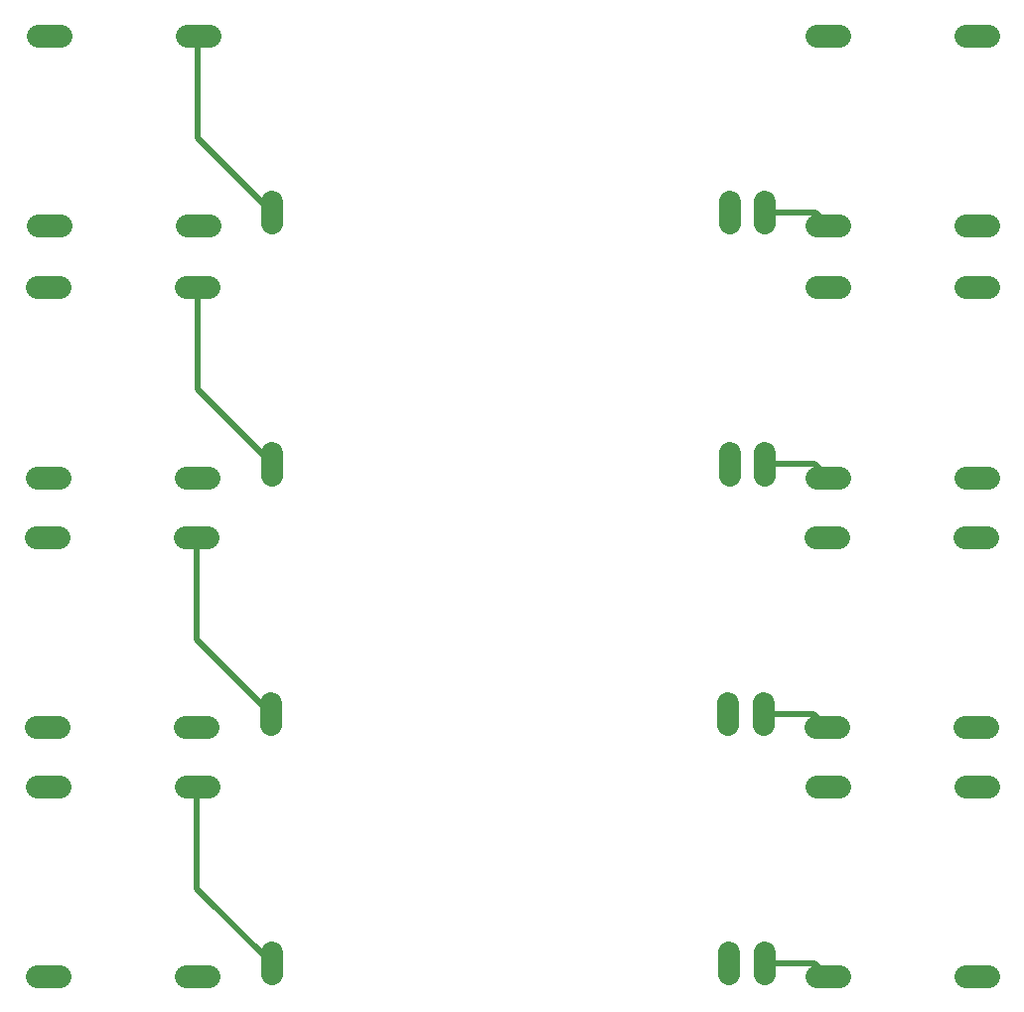
<source format=gbr>
G04 EAGLE Gerber X2 export*
%TF.Part,Single*%
%TF.FileFunction,Copper,L1,Top,Mixed*%
%TF.FilePolarity,Positive*%
%TF.GenerationSoftware,Autodesk,EAGLE,9.2.2*%
%TF.CreationDate,2019-01-20T22:14:05Z*%
G75*
%MOMM*%
%FSLAX34Y34*%
%LPD*%
%INTop Copper*%
%AMOC8*
5,1,8,0,0,1.08239X$1,22.5*%
G01*
%ADD10C,1.950000*%
%ADD11C,1.879600*%
%ADD12C,0.508000*%


D10*
X89050Y341150D02*
X69550Y341150D01*
X69550Y178850D02*
X89050Y178850D01*
X196550Y341150D02*
X216050Y341150D01*
X216050Y178850D02*
X196550Y178850D01*
X861050Y178850D02*
X880550Y178850D01*
X880550Y341150D02*
X861050Y341150D01*
X753550Y178850D02*
X734050Y178850D01*
X734050Y341150D02*
X753550Y341150D01*
D11*
X270000Y199398D02*
X270000Y180602D01*
X690000Y180602D02*
X690000Y199398D01*
X660000Y199398D02*
X660000Y180602D01*
D10*
X89736Y981063D02*
X70236Y981063D01*
X70236Y818763D02*
X89736Y818763D01*
X197236Y981063D02*
X216736Y981063D01*
X216736Y818763D02*
X197236Y818763D01*
X861736Y818763D02*
X881236Y818763D01*
X881236Y981063D02*
X861736Y981063D01*
X754236Y818763D02*
X734736Y818763D01*
X734736Y981063D02*
X754236Y981063D01*
D11*
X270686Y839311D02*
X270686Y820515D01*
X690686Y820515D02*
X690686Y839311D01*
X660686Y839311D02*
X660686Y820515D01*
D10*
X89388Y766669D02*
X69888Y766669D01*
X69888Y604369D02*
X89388Y604369D01*
X196888Y766669D02*
X216388Y766669D01*
X216388Y604369D02*
X196888Y604369D01*
X861388Y604369D02*
X880888Y604369D01*
X880888Y766669D02*
X861388Y766669D01*
X753888Y604369D02*
X734388Y604369D01*
X734388Y766669D02*
X753888Y766669D01*
D11*
X270338Y624917D02*
X270338Y606121D01*
X690338Y606121D02*
X690338Y624917D01*
X660338Y624917D02*
X660338Y606121D01*
D10*
X88433Y553593D02*
X68933Y553593D01*
X68933Y391293D02*
X88433Y391293D01*
X195933Y553593D02*
X215433Y553593D01*
X215433Y391293D02*
X195933Y391293D01*
X860433Y391293D02*
X879933Y391293D01*
X879933Y553593D02*
X860433Y553593D01*
X752933Y391293D02*
X733433Y391293D01*
X733433Y553593D02*
X752933Y553593D01*
D11*
X269383Y411841D02*
X269383Y393045D01*
X689383Y393045D02*
X689383Y411841D01*
X659383Y411841D02*
X659383Y393045D01*
D12*
X206300Y341150D02*
X206300Y253700D01*
X270000Y190000D01*
X690000Y190000D02*
X732650Y190000D01*
X743800Y178850D01*
X206986Y893613D02*
X206986Y981063D01*
X206986Y893613D02*
X270686Y829913D01*
X690686Y829913D02*
X733336Y829913D01*
X744486Y818763D01*
X206638Y766669D02*
X206638Y679219D01*
X270338Y615519D01*
X690338Y615519D02*
X732988Y615519D01*
X744138Y604369D01*
X205683Y553593D02*
X205683Y466143D01*
X269383Y402443D01*
X689383Y402443D02*
X732033Y402443D01*
X743183Y391293D01*
M02*

</source>
